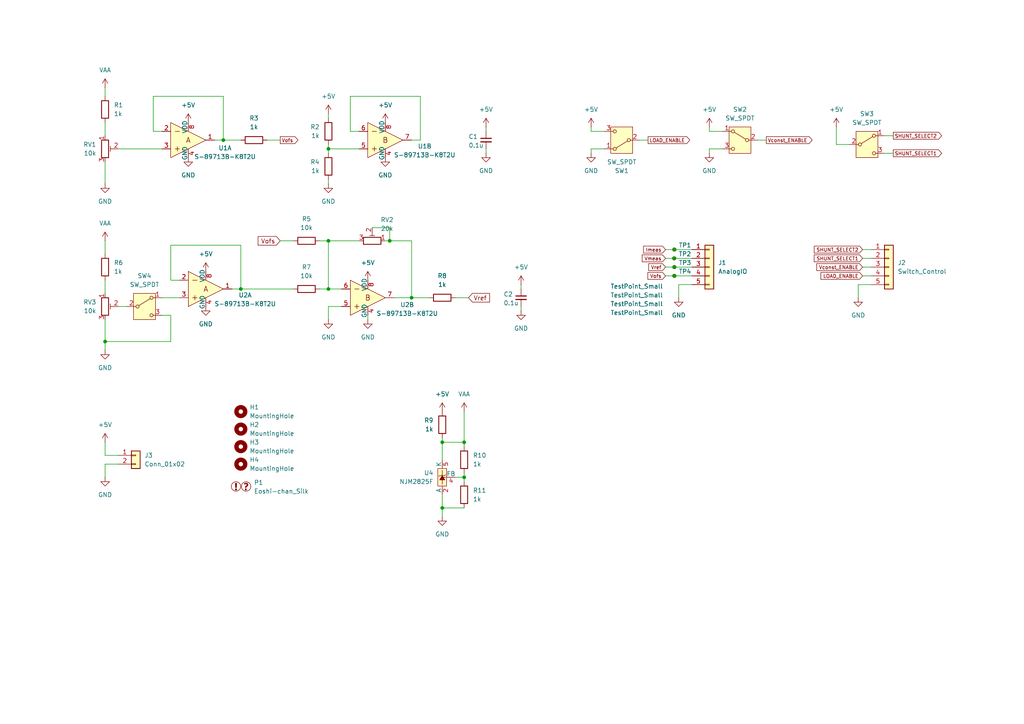
<source format=kicad_sch>
(kicad_sch (version 20250114) (generator "eeschema") (generator_version "9.0")
  (paper "A4")
  (lib_symbols
    (symbol "AM_Opamp:S-89713B-K8T2U" (pin_names (offset 0))
      (property "Reference" "U" (at 3.302 7.112 0))
      (property "Value" "S-89713B-K8T2U" (at 11.43 4.826 0))
      (symbol "S-89713B-K8T2U_0_1"
        (polyline (pts (xy -5.08 5.08) (xy -5.08 -5.08) (xy 5.08 0) (xy -5.08 5.08)) (fill (type background)))
        (polyline (pts (xy -3.81 2.54) (xy -2.54 2.54)))
        (polyline (pts (xy -3.81 -2.54) (xy -2.54 -2.54)))
        (polyline (pts (xy -3.175 -1.905) (xy -3.175 -3.175)))
      )
      (symbol "S-89713B-K8T2U_1_0"
        (text "A" (at 0 0 0) (effects (font (size 1.524 1.524))))
      )
      (symbol "S-89713B-K8T2U_1_1"
        (pin input line (at -7.62 2.54 0) (length 2.54) (name "~") (number "2"))
        (pin input line (at -7.62 -2.54 0) (length 2.54) (name "~") (number "3"))
        (pin power_in line (at 0 5.08 270) (length 2.54) (name "VDD") (number "8"))
        (pin power_in line (at 0 -5.08 90) (length 2.54) (name "GND") (number "4"))
        (pin output line (at 7.62 0 180) (length 2.54) (name "~") (number "1"))
      )
      (symbol "S-89713B-K8T2U_2_1"
        (text "B" (at 0 0 0) (effects (font (size 1.524 1.524))))
        (pin input line (at -7.62 2.54 0) (length 2.54) (name "~") (number "6"))
        (pin input line (at -7.62 -2.54 0) (length 2.54) (name "~") (number "5"))
        (pin power_in line (at 0 5.08 270) (length 2.54) (name "VDD") (number "8"))
        (pin power_in line (at 0 -5.08 90) (length 2.54) (name "GND") (number "4"))
        (pin output line (at 7.62 0 180) (length 2.54) (name "~") (number "7"))
      )
    )
    (symbol "AM_PowerIC_Linear:NJM2825F" (pin_names (offset 0))
      (property "Reference" "U" (at 3.302 5.588 0))
      (property "Value" "NJM2825F" (at 7.366 3.302 0))
      (symbol "NJM2825F_1_1"
        (rectangle (start -1.27 2.54) (end 1.27 -2.54) (fill (type background)))
        (polyline (pts (xy -1.016 0.254) (xy -0.762 0.508) (xy 0.762 0.508) (xy 1.016 0.762)))
        (polyline (pts (xy 0 2.032) (xy 0 -2.032)))
        (polyline (pts (xy 0 0.508) (xy -0.762 -0.762) (xy 0.762 -0.762) (xy 0 0.508)) (fill (type outline)))
        (polyline (pts (xy 0 0) (xy 1.016 0)))
        (pin power_in line (at 0 5.08 270) (length 2.54) (name "K") (number "5"))
        (pin power_in line (at 0 -5.08 90) (length 2.54) (name "A") (number "2"))
        (pin passive line (at 3.81 0 180) (length 2.54) (name "FB") (number "4"))
        (pin no_connect line (at 6.35 -3.81 180) (length 2.54) (hide yes) (name "NC") (number "1"))
        (pin no_connect line (at 6.35 -7.62 180) (length 2.54) (hide yes) (name "NC") (number "3"))
      )
    )
    (symbol "Connector:TestPoint_Small" (pin_numbers (hide yes)) (pin_names (offset 0.762) (hide yes))
      (property "Reference" "TP" (at 0 3.81 0))
      (property "Value" "TestPoint_Small" (at 0 2.032 0))
      (symbol "TestPoint_Small_0_1"
        (circle (center 0 0) (radius 0.508))
      )
      (symbol "TestPoint_Small_1_1"
        (pin passive line (at 0 0 90) (length 0) (name "1") (number "1"))
      )
    )
    (symbol "Connector_Generic:Conn_01x02" (pin_names (offset 1.016) (hide yes))
      (property "Reference" "J" (at 0 2.54 0))
      (property "Value" "Conn_01x02" (at 0 -5.08 0))
      (symbol "Conn_01x02_1_1"
        (rectangle (start -1.27 1.27) (end 1.27 -3.81) (stroke (width 0.254)) (fill (type background)))
        (rectangle (start -1.27 0.127) (end 0 -0.127) (stroke (width 0.1524)))
        (rectangle (start -1.27 -2.413) (end 0 -2.667) (stroke (width 0.1524)))
        (pin passive line (at -5.08 0 0) (length 3.81) (name "Pin_1") (number "1"))
        (pin passive line (at -5.08 -2.54 0) (length 3.81) (name "Pin_2") (number "2"))
      )
    )
    (symbol "Connector_Generic:Conn_01x05" (pin_names (offset 1.016) (hide yes))
      (property "Reference" "J" (at 0 7.62 0))
      (property "Value" "Conn_01x05" (at 0 -7.62 0))
      (symbol "Conn_01x05_1_1"
        (rectangle (start -1.27 6.35) (end 1.27 -6.35) (stroke (width 0.254)) (fill (type background)))
        (rectangle (start -1.27 5.207) (end 0 4.953) (stroke (width 0.1524)))
        (rectangle (start -1.27 2.667) (end 0 2.413) (stroke (width 0.1524)))
        (rectangle (start -1.27 0.127) (end 0 -0.127) (stroke (width 0.1524)))
        (rectangle (start -1.27 -2.413) (end 0 -2.667) (stroke (width 0.1524)))
        (rectangle (start -1.27 -4.953) (end 0 -5.207) (stroke (width 0.1524)))
        (pin passive line (at -5.08 5.08 0) (length 3.81) (name "Pin_1") (number "1"))
        (pin passive line (at -5.08 2.54 0) (length 3.81) (name "Pin_2") (number "2"))
        (pin passive line (at -5.08 0 0) (length 3.81) (name "Pin_3") (number "3"))
        (pin passive line (at -5.08 -2.54 0) (length 3.81) (name "Pin_4") (number "4"))
        (pin passive line (at -5.08 -5.08 0) (length 3.81) (name "Pin_5") (number "5"))
      )
    )
    (symbol "Device:C_Small" (pin_numbers (hide yes)) (pin_names (offset 0.254) (hide yes))
      (property "Reference" "C" (at 0.254 1.778 0))
      (property "Value" "C_Small" (at 0.254 -2.032 0))
      (symbol "C_Small_0_1"
        (polyline (pts (xy -1.524 0.508) (xy 1.524 0.508)) (stroke (width 0.3048)))
        (polyline (pts (xy -1.524 -0.508) (xy 1.524 -0.508)) (stroke (width 0.3302)))
      )
      (symbol "C_Small_1_1"
        (pin passive line (at 0 2.54 270) (length 2.032) (name "~") (number "1"))
        (pin passive line (at 0 -2.54 90) (length 2.032) (name "~") (number "2"))
      )
    )
    (symbol "Device:R" (pin_numbers (hide yes)) (pin_names (offset 0))
      (property "Reference" "R" (at 2.032 0 90))
      (property "Value" "R" (at 0 0 90))
      (symbol "R_0_1"
        (rectangle (start -1.016 -2.54) (end 1.016 2.54) (stroke (width 0.254)))
      )
      (symbol "R_1_1"
        (pin passive line (at 0 3.81 270) (length 1.27) (name "~") (number "1"))
        (pin passive line (at 0 -3.81 90) (length 1.27) (name "~") (number "2"))
      )
    )
    (symbol "Device:R_Potentiometer_Trim" (pin_names (offset 1.016) (hide yes))
      (property "Reference" "RV" (at -4.445 0 90))
      (property "Value" "R_Potentiometer_Trim" (at -2.54 0 90))
      (symbol "R_Potentiometer_Trim_0_1"
        (rectangle (start 1.016 2.54) (end -1.016 -2.54) (stroke (width 0.254)))
        (polyline (pts (xy 1.524 0.762) (xy 1.524 -0.762)))
        (polyline (pts (xy 2.54 0) (xy 1.524 0)))
      )
      (symbol "R_Potentiometer_Trim_1_1"
        (pin passive line (at 0 3.81 270) (length 1.27) (name "1") (number "1"))
        (pin passive line (at 0 -3.81 90) (length 1.27) (name "3") (number "3"))
        (pin passive line (at 3.81 0 180) (length 1.27) (name "2") (number "2"))
      )
    )
    (symbol "Eoshi-chan:Eoshi-chan_Silk"
      (property "Reference" "P" (at -6.604 4.445 0))
      (property "Value" "Eoshi-chan_Silk" (at 0.508 2.413 0))
      (symbol "Eoshi-chan_Silk_0_0"
        (circle (center -1.397 -0.127) (radius 1.3678))
        (circle (center 1.524 -0.127) (radius 1.3678))
        (text "!" (at -1.397 -0.254 0) (effects (font (size 1.778 1.778) (bold yes))))
        (text "?" (at 1.524 -0.254 0) (effects (font (size 1.778 1.778) (bold yes))))
      )
    )
    (symbol "Mechanical:MountingHole" (pin_names (offset 1.016)) (exclude_from_sim yes) (in_bom no)
      (property "Reference" "H" (at 0 5.08 0))
      (property "Value" "MountingHole" (at 0 3.175 0))
      (symbol "MountingHole_0_1"
        (circle (center 0 0) (radius 1.27) (stroke (width 1.27)))
      )
    )
    (symbol "Switch:SW_SPDT" (pin_names (offset 0) (hide yes))
      (property "Reference" "SW" (at 0 5.08 0))
      (property "Value" "SW_SPDT" (at 0 -5.08 0))
      (symbol "SW_SPDT_0_1"
        (circle (center -2.032 0) (radius 0.4572))
        (polyline (pts (xy -1.651 0.254) (xy 1.651 2.286)))
        (circle (center 2.032 2.54) (radius 0.4572))
        (circle (center 2.032 -2.54) (radius 0.4572))
      )
      (symbol "SW_SPDT_1_1"
        (rectangle (start -3.175 3.81) (end 3.175 -3.81) (fill (type background)))
        (pin passive line (at -5.08 0 0) (length 2.54) (name "B") (number "2"))
        (pin passive line (at 5.08 2.54 180) (length 2.54) (name "A") (number "1"))
        (pin passive line (at 5.08 -2.54 180) (length 2.54) (name "C") (number "3"))
      )
    )
    (symbol "power:+5V" (power) (pin_numbers (hide yes)) (pin_names (offset 0) (hide yes))
      (property "Value" "+5V" (at 0 3.556 0))
      (symbol "+5V_0_1"
        (polyline (pts (xy -0.762 1.27) (xy 0 2.54)))
        (polyline (pts (xy 0 2.54) (xy 0.762 1.27)))
        (polyline (pts (xy 0 0) (xy 0 2.54)))
      )
      (symbol "+5V_1_1"
        (pin power_in line (at 0 0 90) (length 0) (name "~") (number "1"))
      )
    )
    (symbol "power:GND" (power) (pin_numbers (hide yes)) (pin_names (offset 0) (hide yes))
      (property "Value" "GND" (at 0 -3.81 0))
      (symbol "GND_0_1"
        (polyline (pts (xy 0 0) (xy 0 -1.27) (xy 1.27 -1.27) (xy 0 -2.54) (xy -1.27 -1.27) (xy 0 -1.27)))
      )
      (symbol "GND_1_1"
        (pin power_in line (at 0 0 270) (length 0) (name "~") (number "1"))
      )
    )
    (symbol "power:VAA" (power) (pin_numbers (hide yes)) (pin_names (offset 0) (hide yes))
      (property "Value" "VAA" (at 0 3.556 0))
      (symbol "VAA_0_1"
        (polyline (pts (xy -0.762 1.27) (xy 0 2.54)))
        (polyline (pts (xy 0 2.54) (xy 0.762 1.27)))
        (polyline (pts (xy 0 0) (xy 0 2.54)))
      )
      (symbol "VAA_1_1"
        (pin power_in line (at 0 0 90) (length 0) (name "~") (number "1"))
      )
    )
  )
  (junction (at 195.5832 77.47))
  (junction (at 95.25 83.82))
  (junction (at 95.25 69.85))
  (junction (at 69.85 83.82))
  (junction (at 128.27 128.27))
  (junction (at 30.48 99.06))
  (junction (at 195.58 72.39))
  (junction (at 119.38 86.36))
  (junction (at 195.58 80.01))
  (junction (at 195.549 74.93))
  (junction (at 134.62 138.43))
  (junction (at 134.62 128.27))
  (junction (at 128.27 147.32))
  (junction (at 95.25 43.18))
  (junction (at 64.77 40.64))
  (junction (at 113.03 69.85))
  (wire (pts (xy 219.71 40.64) (xy 222.25 40.64)))
  (wire (pts (xy 256.54 39.37) (xy 259.08 39.37)))
  (wire (pts (xy 193.04 72.39) (xy 195.58 72.39)))
  (wire (pts (xy 34.29 132.08) (xy 30.48 132.08)))
  (wire (pts (xy 134.62 119.38) (xy 134.62 128.27)))
  (wire (pts (xy 134.62 138.43) (xy 134.62 139.7)))
  (wire (pts (xy 119.38 86.36) (xy 114.3 86.36)))
  (wire (pts (xy 69.85 71.12) (xy 69.85 83.82)))
  (wire (pts (xy 95.25 43.18) (xy 95.25 44.45)))
  (wire (pts (xy 95.25 43.18) (xy 104.14 43.18)))
  (wire (pts (xy 30.48 99.06) (xy 49.53 99.06)))
  (wire (pts (xy 193.04 74.93) (xy 195.549 74.93)))
  (wire (pts (xy 128.27 127) (xy 128.27 128.27)))
  (wire (pts (xy 44.45 27.94) (xy 64.77 27.94)))
  (wire (pts (xy 99.06 83.82) (xy 95.25 83.82)))
  (wire (pts (xy 128.27 147.32) (xy 134.62 147.32)))
  (wire (pts (xy 30.48 46.99) (xy 30.48 53.34)))
  (wire (pts (xy 134.62 138.43) (xy 134.62 137.16)))
  (wire (pts (xy 30.48 35.56) (xy 30.48 39.37)))
  (wire (pts (xy 113.03 66.04) (xy 113.03 69.85)))
  (wire (pts (xy 140.97 43.18) (xy 140.97 44.45)))
  (wire (pts (xy 69.85 83.82) (xy 85.09 83.82)))
  (wire (pts (xy 30.48 92.71) (xy 30.48 99.06)))
  (wire (pts (xy 185.42 40.64) (xy 187.96 40.64)))
  (wire (pts (xy 134.62 128.27) (xy 134.62 129.54)))
  (wire (pts (xy 64.77 40.64) (xy 62.23 40.64)))
  (wire (pts (xy 256.54 44.45) (xy 259.08 44.45)))
  (wire (pts (xy 205.74 43.18) (xy 205.74 44.45)))
  (wire (pts (xy 242.57 41.91) (xy 246.38 41.91)))
  (wire (pts (xy 30.48 81.28) (xy 30.48 85.09)))
  (wire (pts (xy 128.27 133.35) (xy 128.27 128.27)))
  (wire (pts (xy 34.29 43.18) (xy 46.99 43.18)))
  (wire (pts (xy 107.95 66.04) (xy 113.03 66.04)))
  (wire (pts (xy 111.76 69.85) (xy 113.03 69.85)))
  (wire (pts (xy 151.13 88.9) (xy 151.13 90.17)))
  (wire (pts (xy 34.29 88.9) (xy 36.83 88.9)))
  (wire (pts (xy 67.31 83.82) (xy 69.85 83.82)))
  (wire (pts (xy 252.73 82.55) (xy 248.92 82.55)))
  (wire (pts (xy 132.08 86.36) (xy 135.89 86.36)))
  (wire (pts (xy 248.92 82.55) (xy 248.92 86.36)))
  (wire (pts (xy 121.92 27.94) (xy 121.92 40.64)))
  (wire (pts (xy 92.71 69.85) (xy 95.25 69.85)))
  (wire (pts (xy 77.47 40.64) (xy 81.28 40.64)))
  (wire (pts (xy 30.48 69.85) (xy 30.48 73.66)))
  (wire (pts (xy 151.13 83.82) (xy 151.13 82.55)))
  (wire (pts (xy 140.97 38.1) (xy 140.97 36.83)))
  (wire (pts (xy 195.58 72.39) (xy 200.66 72.39)))
  (wire (pts (xy 95.25 88.9) (xy 95.25 92.71)))
  (wire (pts (xy 49.53 91.44) (xy 49.53 99.06)))
  (wire (pts (xy 30.48 134.62) (xy 30.48 138.43)))
  (wire (pts (xy 46.99 86.36) (xy 52.07 86.36)))
  (wire (pts (xy 171.45 38.1) (xy 175.26 38.1)))
  (wire (pts (xy 49.53 91.44) (xy 46.99 91.44)))
  (wire (pts (xy 95.25 83.82) (xy 95.25 69.85)))
  (wire (pts (xy 95.25 41.91) (xy 95.25 43.18)))
  (wire (pts (xy 193.04 80.01) (xy 195.58 80.01)))
  (wire (pts (xy 64.77 40.64) (xy 69.85 40.64)))
  (wire (pts (xy 30.48 132.08) (xy 30.48 128.27)))
  (wire (pts (xy 30.48 25.4) (xy 30.48 27.94)))
  (wire (pts (xy 95.25 52.07) (xy 95.25 53.34)))
  (wire (pts (xy 44.45 38.1) (xy 44.45 27.94)))
  (wire (pts (xy 46.99 38.1) (xy 44.45 38.1)))
  (wire (pts (xy 205.74 38.1) (xy 209.55 38.1)))
  (wire (pts (xy 175.26 43.18) (xy 171.45 43.18)))
  (wire (pts (xy 92.71 83.82) (xy 95.25 83.82)))
  (wire (pts (xy 49.53 81.28) (xy 49.53 71.12)))
  (wire (pts (xy 242.57 36.83) (xy 242.57 41.91)))
  (wire (pts (xy 195.58 80.01) (xy 200.66 80.01)))
  (wire (pts (xy 250.19 72.39) (xy 252.73 72.39)))
  (wire (pts (xy 52.07 81.28) (xy 49.53 81.28)))
  (wire (pts (xy 132.08 138.43) (xy 134.62 138.43)))
  (wire (pts (xy 119.38 69.85) (xy 119.38 86.36)))
  (wire (pts (xy 119.38 86.36) (xy 124.46 86.36)))
  (wire (pts (xy 195.5832 77.47) (xy 200.66 77.47)))
  (wire (pts (xy 196.85 82.55) (xy 196.85 86.36)))
  (wire (pts (xy 64.77 27.94) (xy 64.77 40.64)))
  (wire (pts (xy 250.19 77.47) (xy 252.73 77.47)))
  (wire (pts (xy 99.06 88.9) (xy 95.25 88.9)))
  (wire (pts (xy 101.6 38.1) (xy 101.6 27.94)))
  (wire (pts (xy 106.68 91.44) (xy 106.68 92.71)))
  (wire (pts (xy 95.25 33.02) (xy 95.25 34.29)))
  (wire (pts (xy 209.55 43.18) (xy 205.74 43.18)))
  (wire (pts (xy 200.66 82.55) (xy 196.85 82.55)))
  (wire (pts (xy 205.74 36.83) (xy 205.74 38.1)))
  (wire (pts (xy 113.03 69.85) (xy 119.38 69.85)))
  (wire (pts (xy 49.53 71.12) (xy 69.85 71.12)))
  (wire (pts (xy 128.27 128.27) (xy 134.62 128.27)))
  (wire (pts (xy 193.04 77.47) (xy 195.5832 77.47)))
  (wire (pts (xy 128.27 143.51) (xy 128.27 147.32)))
  (wire (pts (xy 30.48 99.06) (xy 30.48 101.6)))
  (wire (pts (xy 250.19 74.93) (xy 252.73 74.93)))
  (wire (pts (xy 101.6 27.94) (xy 121.92 27.94)))
  (wire (pts (xy 171.45 43.18) (xy 171.45 44.45)))
  (wire (pts (xy 104.14 38.1) (xy 101.6 38.1)))
  (wire (pts (xy 34.29 134.62) (xy 30.48 134.62)))
  (wire (pts (xy 121.92 40.64) (xy 119.38 40.64)))
  (wire (pts (xy 195.549 74.93) (xy 200.66 74.93)))
  (wire (pts (xy 128.27 147.32) (xy 128.27 149.86)))
  (wire (pts (xy 95.25 69.85) (xy 104.14 69.85)))
  (wire (pts (xy 81.28 69.85) (xy 85.09 69.85)))
  (wire (pts (xy 250.19 80.01) (xy 252.73 80.01)))
  (wire (pts (xy 171.45 36.83) (xy 171.45 38.1)))
  (global_label "Vofs" (shape output) (at 81.28 40.64 0) (effects (font (size 1.016 1.016))) (property "Intersheetrefs" "${INTERSHEET_REFS}" (effects (hide yes))))
  (global_label "LOAD_ENABLE" (shape output) (at 187.96 40.64 0) (effects (font (size 1.016 1.016))) (property "Intersheetrefs" "${INTERSHEET_REFS}" (effects (hide yes))))
  (global_label "Imeas" (shape input) (at 193.04 72.39 180) (effects (font (size 1.016 1.016))) (property "Intersheetrefs" "${INTERSHEET_REFS}" (effects (hide yes))))
  (global_label "SHUNT_SELECT1" (shape input) (at 250.19 74.93 180) (effects (font (size 1.016 1.016))) (property "Intersheetrefs" "${INTERSHEET_REFS}" (effects (hide yes))))
  (global_label "Vconst_ENABLE" (shape input) (at 250.19 77.47 180) (effects (font (size 1.016 1.016))) (property "Intersheetrefs" "${INTERSHEET_REFS}" (effects (hide yes))))
  (global_label "Vofs" (shape input) (at 193.04 80.01 180) (effects (font (size 1.016 1.016))) (property "Intersheetrefs" "${INTERSHEET_REFS}" (effects (hide yes))))
  (global_label "SHUNT_SELECT2" (shape input) (at 250.19 72.39 180) (effects (font (size 1.016 1.016))) (property "Intersheetrefs" "${INTERSHEET_REFS}" (effects (hide yes))))
  (global_label "Vofs" (shape input) (at 81.28 69.85 180) (property "Intersheetrefs" "${INTERSHEET_REFS}" (effects (hide yes))))
  (global_label "Vref" (shape input) (at 135.89 86.36 0) (property "Intersheetrefs" "${INTERSHEET_REFS}" (effects (hide yes))))
  (global_label "Vconst_ENABLE" (shape output) (at 222.25 40.64 0) (effects (font (size 1.016 1.016))) (property "Intersheetrefs" "${INTERSHEET_REFS}" (effects (hide yes))))
  (global_label "LOAD_ENABLE" (shape input) (at 250.19 80.01 180) (effects (font (size 1.016 1.016))) (property "Intersheetrefs" "${INTERSHEET_REFS}" (effects (hide yes))))
  (global_label "Vmeas" (shape input) (at 193.04 74.93 180) (effects (font (size 1.016 1.016))) (property "Intersheetrefs" "${INTERSHEET_REFS}" (effects (hide yes))))
  (global_label "Vref" (shape input) (at 193.04 77.47 180) (effects (font (size 1.016 1.016))) (property "Intersheetrefs" "${INTERSHEET_REFS}" (effects (hide yes))))
  (global_label "SHUNT_SELECT2" (shape output) (at 259.08 39.37 0) (effects (font (size 1.016 1.016))) (property "Intersheetrefs" "${INTERSHEET_REFS}" (effects (hide yes))))
  (global_label "SHUNT_SELECT1" (shape output) (at 259.08 44.45 0) (effects (font (size 1.016 1.016))) (property "Intersheetrefs" "${INTERSHEET_REFS}" (effects (hide yes))))
  (symbol (lib_id "Switch:SW_SPDT") (at 251.46 41.91 0) (unit 1)
    (property "Reference" "SW3" (at 251.46 33.02 0))
    (property "Value" "SW_SPDT" (at 251.46 35.56 0))
    (property "Footprint" "AM_Switch: SS-12D00G3" (effects (hide yes)))
    (property "Description" "Switch, single pole double throw" (effects (hide yes)))
  )
  (symbol (lib_id "power:GND") (at 171.45 44.45 0) (unit 1)
    (property "Reference" "#PWR010" (effects (hide yes)))
    (property "Value" "GND" (at 171.45 49.53 0))
    (property "Description" "Power symbol creates a global label with name \"GND\" , ground" (effects (hide yes)))
  )
  (symbol (lib_id "Mechanical:MountingHole") (at 69.85 119.38 0) (unit 1) (exclude_from_sim yes) (in_bom no)
    (property "Reference" "H1" (at 72.39 118.1099 0) (effects (justify left)))
    (property "Value" "MountingHole" (at 72.39 120.6499 0) (effects (justify left)))
    (property "Footprint" "MountingHole:MountingHole_3.2mm_M3" (effects (hide yes)))
    (property "Description" "Mounting Hole without connection" (effects (hide yes)))
  )
  (symbol (lib_id "Connector:TestPoint_Small") (at 195.549 74.93 0) (unit 1)
    (property "Reference" "TP2" (at 196.819 73.6599 0) (effects (justify left)))
    (property "Value" "TestPoint_Small" (at 177.007 85.598 0) (effects (justify left)))
    (property "Footprint" "TestPoint:TestPoint_THTPad_D2.0mm_Drill1.0mm" (effects (hide yes)))
    (property "Description" "test point" (effects (hide yes)))
  )
  (symbol (lib_id "power:VAA") (at 30.48 69.85 0) (unit 1)
    (property "Reference" "#PWR016" (effects (hide yes)))
    (property "Value" "VAA" (at 30.48 64.77 0))
    (property "Description" "Power symbol creates a global label with name \"VAA\"" (effects (hide yes)))
  )
  (symbol (lib_id "power:GND") (at 30.48 101.6 0) (unit 1)
    (property "Reference" "#PWR026" (effects (hide yes)))
    (property "Value" "GND" (at 30.48 106.68 0))
    (property "Description" "Power symbol creates a global label with name \"GND\" , ground" (effects (hide yes)))
  )
  (symbol (lib_id "Connector_Generic:Conn_01x05") (at 205.74 77.47 0) (unit 1)
    (property "Reference" "J1" (at 208.28 76.1999 0) (effects (justify left)))
    (property "Value" "AnalogIO" (at 208.28 78.7399 0) (effects (justify left)))
    (property "Footprint" "Connector_JST:JST_XH_B5B-XH-A_1x05_P2.50mm_Vertical" (effects (hide yes)))
    (property "Description" "Generic connector, single row, 01x05, script generated (kicad-library-utils/schlib/autogen/connector/)" (effects (hide yes)))
  )
  (symbol (lib_id "Device:C_Small") (at 140.97 40.64 0) (unit 1)
    (property "Reference" "C1" (at 135.89 39.624 0) (effects (justify left)))
    (property "Value" "0.1u" (at 135.89 42.164 0) (effects (justify left)))
    (property "Footprint" "Capacitor_SMD:C_0603_1608Metric" (effects (hide yes)))
    (property "Description" "Unpolarized capacitor, small symbol" (effects (hide yes)))
  )
  (symbol (lib_id "Eoshi-chan:Eoshi-chan_Silk") (at 69.85 140.97 0) (unit 1)
    (property "Reference" "P1" (at 73.66 139.9539 0) (effects (justify left)))
    (property "Value" "Eoshi-chan_Silk" (at 73.66 142.4939 0) (effects (justify left)))
    (property "Footprint" "Eoshi-chan_v2:Eoshi-chan-v2_10x10" (effects (hide yes)))
  )
  (symbol (lib_id "Device:R") (at 88.9 83.82 270) (unit 1)
    (property "Reference" "R7" (at 88.9 77.47 90))
    (property "Value" "10k" (at 88.9 80.01 90))
    (property "Footprint" "Resistor_THT:R_Axial_DIN0207_L6.3mm_D2.5mm_P10.16mm_Horizontal" (effects (hide yes)))
    (property "Description" "Resistor" (effects (hide yes)))
  )
  (symbol (lib_id "Device:R") (at 30.48 31.75 180) (unit 1)
    (property "Reference" "R1" (at 33.02 30.4799 0) (effects (justify right)))
    (property "Value" "1k" (at 33.02 33.0199 0) (effects (justify right)))
    (property "Footprint" "Resistor_SMD:R_0603_1608Metric" (effects (hide yes)))
    (property "Description" "Resistor" (effects (hide yes)))
  )
  (symbol (lib_id "AM_PowerIC_Linear:NJM2825F") (at 128.27 138.43 0) (unit 1)
    (property "Reference" "U4" (at 125.73 137.1599 0) (effects (justify right)))
    (property "Value" "NJM2825F" (at 125.73 139.6999 0) (effects (justify right)))
    (property "Footprint" "Package_TO_SOT_SMD:SOT-23-5" (effects (hide yes)))
    (property "Datasheet" "https://akizukidenshi.com/goodsaffix/NJM2825_J.pdf" (effects (hide yes)))
  )
  (symbol (lib_id "AM_Opamp:S-89713B-K8T2U") (at 106.68 86.36 0) (unit 2)
    (property "Reference" "U2" (at 118.11 88.392 0))
    (property "Value" "S-89713B-K8T2U" (at 118.11 90.932 0))
    (property "Footprint" "Package_SO:MSOP-8_3x3mm_P0.65mm" (effects (hide yes)))
    (property "Datasheet" "https://akizukidenshi.com/goodsaffix/S89713_J.pdf" (effects (hide yes)))
  )
  (symbol (lib_id "Mechanical:MountingHole") (at 69.85 129.54 0) (unit 1) (exclude_from_sim yes) (in_bom no)
    (property "Reference" "H3" (at 72.39 128.2699 0) (effects (justify left)))
    (property "Value" "MountingHole" (at 72.39 130.8099 0) (effects (justify left)))
    (property "Footprint" "MountingHole:MountingHole_3.2mm_M3" (effects (hide yes)))
    (property "Description" "Mounting Hole without connection" (effects (hide yes)))
  )
  (symbol (lib_id "power:GND") (at 95.25 92.71 0) (unit 1)
    (property "Reference" "#PWR024" (effects (hide yes)))
    (property "Value" "GND" (at 95.25 97.79 0))
    (property "Description" "Power symbol creates a global label with name \"GND\" , ground" (effects (hide yes)))
  )
  (symbol (lib_id "Switch:SW_SPDT") (at 180.34 40.64 180) (unit 1)
    (property "Reference" "SW1" (at 180.34 49.53 0))
    (property "Value" "SW_SPDT" (at 180.34 46.99 0))
    (property "Footprint" "AM_Switch:2MS1-T1-B4-M2-Q-E" (effects (hide yes)))
    (property "Description" "Switch, single pole double throw" (effects (hide yes)))
  )
  (symbol (lib_id "power:+5V") (at 242.57 36.83 0) (unit 1)
    (property "Reference" "#PWR08" (effects (hide yes)))
    (property "Value" "+5V" (at 242.57 31.75 0))
    (property "Description" "Power symbol creates a global label with name \"+5V\"" (effects (hide yes)))
  )
  (symbol (lib_id "power:GND") (at 106.68 92.71 0) (unit 1)
    (property "Reference" "#PWR025" (effects (hide yes)))
    (property "Value" "GND" (at 106.68 97.79 0))
    (property "Description" "Power symbol creates a global label with name \"GND\" , ground" (effects (hide yes)))
  )
  (symbol (lib_id "Device:R") (at 30.48 77.47 180) (unit 1)
    (property "Reference" "R6" (at 33.02 76.1999 0) (effects (justify right)))
    (property "Value" "1k" (at 33.02 78.7399 0) (effects (justify right)))
    (property "Footprint" "Resistor_SMD:R_0603_1608Metric" (effects (hide yes)))
    (property "Description" "Resistor" (effects (hide yes)))
  )
  (symbol (lib_id "power:+5V") (at 128.27 119.38 0) (unit 1)
    (property "Reference" "#PWR028" (effects (hide yes)))
    (property "Value" "+5V" (at 128.27 114.3 0))
    (property "Description" "Power symbol creates a global label with name \"+5V\"" (effects (hide yes)))
  )
  (symbol (lib_id "Connector:TestPoint_Small") (at 195.58 72.39 0) (unit 1)
    (property "Reference" "TP1" (at 196.85 71.1199 0) (effects (justify left)))
    (property "Value" "TestPoint_Small" (at 177.038 83.058 0) (effects (justify left)))
    (property "Footprint" "TestPoint:TestPoint_THTPad_D2.0mm_Drill1.0mm" (effects (hide yes)))
    (property "Description" "test point" (effects (hide yes)))
  )
  (symbol (lib_id "Device:R") (at 134.62 143.51 180) (unit 1)
    (property "Reference" "R11" (at 137.16 142.2399 0) (effects (justify right)))
    (property "Value" "1k" (at 137.16 144.7799 0) (effects (justify right)))
    (property "Footprint" "Resistor_THT:R_Axial_DIN0207_L6.3mm_D2.5mm_P10.16mm_Horizontal" (effects (hide yes)))
    (property "Description" "Resistor" (effects (hide yes)))
  )
  (symbol (lib_id "Device:R_Potentiometer_Trim") (at 30.48 43.18 0) (unit 1)
    (property "Reference" "RV1" (at 27.94 41.9099 0) (effects (justify right)))
    (property "Value" "10k" (at 27.94 44.4499 0) (effects (justify right)))
    (property "Footprint" "Potentiometer_THT:Potentiometer_Vishay_T73YP_Vertical" (effects (hide yes)))
    (property "Description" "Trim-potentiometer" (effects (hide yes)))
  )
  (symbol (lib_id "Device:R") (at 128.27 86.36 90) (unit 1)
    (property "Reference" "R8" (at 128.27 80.01 90))
    (property "Value" "1k" (at 128.27 82.55 90))
    (property "Footprint" "Resistor_SMD:R_0603_1608Metric" (effects (hide yes)))
    (property "Description" "Resistor" (effects (hide yes)))
  )
  (symbol (lib_id "Device:C_Small") (at 151.13 86.36 0) (unit 1)
    (property "Reference" "C2" (at 146.05 85.344 0) (effects (justify left)))
    (property "Value" "0.1u" (at 146.05 87.884 0) (effects (justify left)))
    (property "Footprint" "Capacitor_SMD:C_0603_1608Metric" (effects (hide yes)))
    (property "Description" "Unpolarized capacitor, small symbol" (effects (hide yes)))
  )
  (symbol (lib_id "power:GND") (at 128.27 149.86 0) (unit 1)
    (property "Reference" "#PWR037" (effects (hide yes)))
    (property "Value" "GND" (at 128.27 154.94 0))
    (property "Description" "Power symbol creates a global label with name \"GND\" , ground" (effects (hide yes)))
  )
  (symbol (lib_id "Device:R") (at 88.9 69.85 270) (unit 1)
    (property "Reference" "R5" (at 88.9 63.5 90))
    (property "Value" "10k" (at 88.9 66.04 90))
    (property "Footprint" "Resistor_THT:R_Axial_DIN0207_L6.3mm_D2.5mm_P10.16mm_Horizontal" (effects (hide yes)))
    (property "Description" "Resistor" (effects (hide yes)))
  )
  (symbol (lib_id "power:VAA") (at 30.48 25.4 0) (unit 1)
    (property "Reference" "#PWR01" (effects (hide yes)))
    (property "Value" "VAA" (at 30.48 20.32 0))
    (property "Description" "Power symbol creates a global label with name \"VAA\"" (effects (hide yes)))
  )
  (symbol (lib_id "AM_Opamp:S-89713B-K8T2U") (at 59.69 83.82 0) (unit 1)
    (property "Reference" "U2" (at 71.12 85.598 0))
    (property "Value" "S-89713B-K8T2U" (at 71.12 88.138 0))
    (property "Footprint" "Package_SO:MSOP-8_3x3mm_P0.65mm" (effects (hide yes)))
    (property "Datasheet" "https://akizukidenshi.com/goodsaffix/S89713_J.pdf" (effects (hide yes)))
  )
  (symbol (lib_id "power:+5V") (at 151.13 82.55 0) (unit 1)
    (property "Reference" "#PWR019" (effects (hide yes)))
    (property "Value" "+5V" (at 151.13 77.47 0))
    (property "Description" "Power symbol creates a global label with name \"+5V\"" (effects (hide yes)))
  )
  (symbol (lib_id "power:VAA") (at 134.62 119.38 0) (unit 1)
    (property "Reference" "#PWR029" (effects (hide yes)))
    (property "Value" "VAA" (at 134.62 114.3 0))
    (property "Description" "Power symbol creates a global label with name \"VAA\"" (effects (hide yes)))
  )
  (symbol (lib_id "Connector:TestPoint_Small") (at 195.5832 77.47 0) (unit 1)
    (property "Reference" "TP3" (at 196.8532 76.1999 0) (effects (justify left)))
    (property "Value" "TestPoint_Small" (at 177.0412 88.138 0) (effects (justify left)))
    (property "Footprint" "TestPoint:TestPoint_THTPad_D2.0mm_Drill1.0mm" (effects (hide yes)))
    (property "Description" "test point" (effects (hide yes)))
  )
  (symbol (lib_id "power:GND") (at 54.61 45.72 0) (unit 1)
    (property "Reference" "#PWR012" (effects (hide yes)))
    (property "Value" "GND" (at 54.61 50.8 0))
    (property "Description" "Power symbol creates a global label with name \"GND\" , ground" (effects (hide yes)))
  )
  (symbol (lib_id "power:+5V") (at 111.76 35.56 0) (unit 1)
    (property "Reference" "#PWR04" (effects (hide yes)))
    (property "Value" "+5V" (at 111.76 30.48 0))
    (property "Description" "Power symbol creates a global label with name \"+5V\"" (effects (hide yes)))
  )
  (symbol (lib_id "power:GND") (at 111.76 45.72 0) (unit 1)
    (property "Reference" "#PWR013" (effects (hide yes)))
    (property "Value" "GND" (at 111.76 50.8 0))
    (property "Description" "Power symbol creates a global label with name \"GND\" , ground" (effects (hide yes)))
  )
  (symbol (lib_id "power:+5V") (at 205.74 36.83 0) (unit 1)
    (property "Reference" "#PWR07" (effects (hide yes)))
    (property "Value" "+5V" (at 205.74 31.75 0))
    (property "Description" "Power symbol creates a global label with name \"+5V\"" (effects (hide yes)))
  )
  (symbol (lib_id "power:GND") (at 248.92 86.36 0) (unit 1)
    (property "Reference" "#PWR021" (effects (hide yes)))
    (property "Value" "GND" (at 248.92 91.44 0))
    (property "Description" "Power symbol creates a global label with name \"GND\" , ground" (effects (hide yes)))
  )
  (symbol (lib_id "Device:R_Potentiometer_Trim") (at 107.95 69.85 270) (mirror x) (unit 1)
    (property "Reference" "RV2" (at 112.268 63.754 90))
    (property "Value" "20k" (at 112.268 66.294 90))
    (property "Footprint" "Potentiometer_THT:Potentiometer_Vishay_T73YP_Vertical" (effects (hide yes)))
    (property "Description" "Trim-potentiometer" (effects (hide yes)))
  )
  (symbol (lib_id "Connector:TestPoint_Small") (at 195.58 80.01 0) (unit 1)
    (property "Reference" "TP4" (at 196.85 78.7399 0) (effects (justify left)))
    (property "Value" "TestPoint_Small" (at 177.038 90.678 0) (effects (justify left)))
    (property "Footprint" "TestPoint:TestPoint_THTPad_D2.0mm_Drill1.0mm" (effects (hide yes)))
    (property "Description" "test point" (effects (hide yes)))
  )
  (symbol (lib_id "Device:R_Potentiometer_Trim") (at 30.48 88.9 0) (unit 1)
    (property "Reference" "RV3" (at 27.94 87.6299 0) (effects (justify right)))
    (property "Value" "10k" (at 27.94 90.1699 0) (effects (justify right)))
    (property "Footprint" "Potentiometer_THT:Potentiometer_Alps_RK09K_Single_Vertical" (effects (hide yes)))
    (property "Description" "Trim-potentiometer" (effects (hide yes)))
  )
  (symbol (lib_id "Mechanical:MountingHole") (at 69.85 124.46 0) (unit 1) (exclude_from_sim yes) (in_bom no)
    (property "Reference" "H2" (at 72.39 123.1899 0) (effects (justify left)))
    (property "Value" "MountingHole" (at 72.39 125.7299 0) (effects (justify left)))
    (property "Footprint" "MountingHole:MountingHole_3.2mm_M3" (effects (hide yes)))
    (property "Description" "Mounting Hole without connection" (effects (hide yes)))
  )
  (symbol (lib_id "power:GND") (at 196.85 86.36 0) (unit 1)
    (property "Reference" "#PWR020" (effects (hide yes)))
    (property "Value" "GND" (at 196.85 91.44 0))
    (property "Description" "Power symbol creates a global label with name \"GND\" , ground" (effects (hide yes)))
  )
  (symbol (lib_id "power:+5V") (at 30.48 128.27 0) (unit 1)
    (property "Reference" "#PWR031" (effects (hide yes)))
    (property "Value" "+5V" (at 30.48 123.19 0))
    (property "Description" "Power symbol creates a global label with name \"+5V\"" (effects (hide yes)))
  )
  (symbol (lib_id "Device:R") (at 134.62 133.35 180) (unit 1)
    (property "Reference" "R10" (at 137.16 132.0799 0) (effects (justify right)))
    (property "Value" "1k" (at 137.16 134.6199 0) (effects (justify right)))
    (property "Footprint" "Resistor_THT:R_Axial_DIN0207_L6.3mm_D2.5mm_P10.16mm_Horizontal" (effects (hide yes)))
    (property "Description" "Resistor" (effects (hide yes)))
  )
  (symbol (lib_id "Mechanical:MountingHole") (at 69.85 134.62 0) (unit 1) (exclude_from_sim yes) (in_bom no)
    (property "Reference" "H4" (at 72.39 133.3499 0) (effects (justify left)))
    (property "Value" "MountingHole" (at 72.39 135.8899 0) (effects (justify left)))
    (property "Footprint" "MountingHole:MountingHole_3.2mm_M3" (effects (hide yes)))
    (property "Description" "Mounting Hole without connection" (effects (hide yes)))
  )
  (symbol (lib_id "Switch:SW_SPDT") (at 41.91 88.9 0) (unit 1)
    (property "Reference" "SW4" (at 41.91 80.01 0))
    (property "Value" "SW_SPDT" (at 41.91 82.55 0))
    (property "Footprint" "AM_Switch:2MS1-T1-B4-M2-Q-E" (effects (hide yes)))
    (property "Description" "Switch, single pole double throw" (effects (hide yes)))
  )
  (symbol (lib_id "power:+5V") (at 140.97 36.83 0) (unit 1)
    (property "Reference" "#PWR05" (effects (hide yes)))
    (property "Value" "+5V" (at 140.97 31.75 0))
    (property "Description" "Power symbol creates a global label with name \"+5V\"" (effects (hide yes)))
  )
  (symbol (lib_id "power:GND") (at 59.69 88.9 0) (unit 1)
    (property "Reference" "#PWR022" (effects (hide yes)))
    (property "Value" "GND" (at 59.69 93.98 0))
    (property "Description" "Power symbol creates a global label with name \"GND\" , ground" (effects (hide yes)))
  )
  (symbol (lib_id "Device:R") (at 73.66 40.64 90) (unit 1)
    (property "Reference" "R3" (at 73.66 34.29 90))
    (property "Value" "1k" (at 73.66 36.83 90))
    (property "Footprint" "Resistor_SMD:R_0603_1608Metric" (effects (hide yes)))
    (property "Description" "Resistor" (effects (hide yes)))
  )
  (symbol (lib_id "power:+5V") (at 54.61 35.56 0) (unit 1)
    (property "Reference" "#PWR03" (effects (hide yes)))
    (property "Value" "+5V" (at 54.61 30.48 0))
    (property "Description" "Power symbol creates a global label with name \"+5V\"" (effects (hide yes)))
  )
  (symbol (lib_id "AM_Opamp:S-89713B-K8T2U") (at 54.61 40.64 0) (unit 1)
    (property "Reference" "U1" (at 65.278 42.926 0))
    (property "Value" "S-89713B-K8T2U" (at 65.278 45.466 0))
    (property "Footprint" "Package_SO:MSOP-8_3x3mm_P0.65mm" (effects (hide yes)))
    (property "Datasheet" "https://akizukidenshi.com/goodsaffix/S89713_J.pdf" (effects (hide yes)))
  )
  (symbol (lib_id "power:GND") (at 151.13 90.17 0) (unit 1)
    (property "Reference" "#PWR023" (effects (hide yes)))
    (property "Value" "GND" (at 151.13 95.25 0))
    (property "Description" "Power symbol creates a global label with name \"GND\" , ground" (effects (hide yes)))
  )
  (symbol (lib_id "power:+5V") (at 171.45 36.83 0) (unit 1)
    (property "Reference" "#PWR06" (effects (hide yes)))
    (property "Value" "+5V" (at 171.45 31.75 0))
    (property "Description" "Power symbol creates a global label with name \"+5V\"" (effects (hide yes)))
  )
  (symbol (lib_id "power:GND") (at 95.25 53.34 0) (unit 1)
    (property "Reference" "#PWR015" (effects (hide yes)))
    (property "Value" "GND" (at 95.25 58.42 0))
    (property "Description" "Power symbol creates a global label with name \"GND\" , ground" (effects (hide yes)))
  )
  (symbol (lib_id "power:GND") (at 140.97 44.45 0) (unit 1)
    (property "Reference" "#PWR09" (effects (hide yes)))
    (property "Value" "GND" (at 140.97 49.53 0))
    (property "Description" "Power symbol creates a global label with name \"GND\" , ground" (effects (hide yes)))
  )
  (symbol (lib_id "Device:R") (at 95.25 38.1 0) (mirror x) (unit 1)
    (property "Reference" "R2" (at 92.71 36.8299 0) (effects (justify right)))
    (property "Value" "1k" (at 92.71 39.3699 0) (effects (justify right)))
    (property "Footprint" "Resistor_SMD:R_0603_1608Metric" (effects (hide yes)))
    (property "Description" "Resistor" (effects (hide yes)))
  )
  (symbol (lib_id "Device:R") (at 128.27 123.19 0) (mirror x) (unit 1)
    (property "Reference" "R9" (at 125.73 121.9199 0) (effects (justify right)))
    (property "Value" "1k" (at 125.73 124.4599 0) (effects (justify right)))
    (property "Footprint" "Resistor_THT:R_Axial_DIN0207_L6.3mm_D2.5mm_P10.16mm_Horizontal" (effects (hide yes)))
    (property "Description" "Resistor" (effects (hide yes)))
  )
  (symbol (lib_id "power:+5V") (at 95.25 33.02 0) (unit 1)
    (property "Reference" "#PWR02" (effects (hide yes)))
    (property "Value" "+5V" (at 95.25 27.94 0))
    (property "Description" "Power symbol creates a global label with name \"+5V\"" (effects (hide yes)))
  )
  (symbol (lib_id "power:+5V") (at 59.69 78.74 0) (unit 1)
    (property "Reference" "#PWR017" (effects (hide yes)))
    (property "Value" "+5V" (at 59.69 73.66 0))
    (property "Description" "Power symbol creates a global label with name \"+5V\"" (effects (hide yes)))
  )
  (symbol (lib_id "power:+5V") (at 106.68 81.28 0) (unit 1)
    (property "Reference" "#PWR018" (effects (hide yes)))
    (property "Value" "+5V" (at 106.68 76.2 0))
    (property "Description" "Power symbol creates a global label with name \"+5V\"" (effects (hide yes)))
  )
  (symbol (lib_id "Connector_Generic:Conn_01x02") (at 39.37 132.08 0) (unit 1)
    (property "Reference" "J3" (at 41.91 132.0799 0) (effects (justify left)))
    (property "Value" "Conn_01x02" (at 41.91 134.6199 0) (effects (justify left)))
    (property "Footprint" "Connector_JST:JST_XH_B2B-XH-A_1x02_P2.50mm_Vertical" (effects (hide yes)))
    (property "Description" "Generic connector, single row, 01x02, script generated (kicad-library-utils/schlib/autogen/connector/)" (effects (hide yes)))
  )
  (symbol (lib_id "AM_Opamp:S-89713B-K8T2U") (at 111.76 40.64 0) (unit 2)
    (property "Reference" "U1" (at 123.19 42.418 0))
    (property "Value" "S-89713B-K8T2U" (at 123.19 44.958 0))
    (property "Footprint" "Package_SO:MSOP-8_3x3mm_P0.65mm" (effects (hide yes)))
    (property "Datasheet" "https://akizukidenshi.com/goodsaffix/S89713_J.pdf" (effects (hide yes)))
  )
  (symbol (lib_id "power:GND") (at 30.48 138.43 0) (unit 1)
    (property "Reference" "#PWR033" (effects (hide yes)))
    (property "Value" "GND" (at 30.48 143.51 0))
    (property "Description" "Power symbol creates a global label with name \"GND\" , ground" (effects (hide yes)))
  )
  (symbol (lib_id "Connector_Generic:Conn_01x05") (at 257.81 77.47 0) (unit 1)
    (property "Reference" "J2" (at 260.35 76.1999 0) (effects (justify left)))
    (property "Value" "Switch_Control" (at 260.35 78.7399 0) (effects (justify left)))
    (property "Footprint" "Connector_JST:JST_XH_B5B-XH-A_1x05_P2.50mm_Vertical" (effects (hide yes)))
    (property "Description" "Generic connector, single row, 01x05, script generated (kicad-library-utils/schlib/autogen/connector/)" (effects (hide yes)))
  )
  (symbol (lib_id "Switch:SW_SPDT") (at 214.63 40.64 0) (mirror y) (unit 1)
    (property "Reference" "SW2" (at 214.63 31.75 0))
    (property "Value" "SW_SPDT" (at 214.63 34.29 0))
    (property "Footprint" "AM_Switch: SS-12D00G3" (effects (hide yes)))
    (property "Description" "Switch, single pole double throw" (effects (hide yes)))
  )
  (symbol (lib_id "power:GND") (at 205.74 44.45 0) (unit 1)
    (property "Reference" "#PWR011" (effects (hide yes)))
    (property "Value" "GND" (at 205.74 49.53 0))
    (property "Description" "Power symbol creates a global label with name \"GND\" , ground" (effects (hide yes)))
  )
  (symbol (lib_id "Device:R") (at 95.25 48.26 0) (mirror x) (unit 1)
    (property "Reference" "R4" (at 92.71 46.9899 0) (effects (justify right)))
    (property "Value" "1k" (at 92.71 49.5299 0) (effects (justify right)))
    (property "Footprint" "Resistor_SMD:R_0603_1608Metric" (effects (hide yes)))
    (property "Description" "Resistor" (effects (hide yes)))
  )
  (symbol (lib_id "power:GND") (at 30.48 53.34 0) (unit 1)
    (property "Reference" "#PWR014" (effects (hide yes)))
    (property "Value" "GND" (at 30.48 58.42 0))
    (property "Description" "Power symbol creates a global label with name \"GND\" , ground" (effects (hide yes)))
  )
)
</source>
